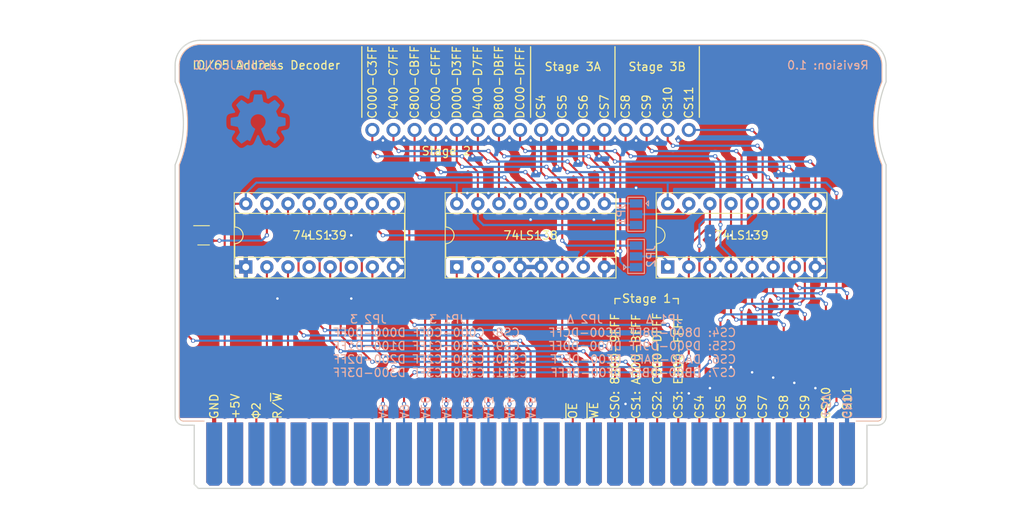
<source format=kicad_pcb>
(kicad_pcb (version 20211014) (generator pcbnew)
  (layers (0 "F.Cu" signal) (31 "B.Cu" signal) (34 "B.Paste" user) (35 "F.Paste" user) (36 "B.SilkS" user "B.Silkscreen") (37 "F.SilkS" user "F.Silkscreen") (38 "B.Mask" user) (39 "F.Mask" user) (44 "Edge.Cuts" user))
  (net 0 "")
  (net 1 "GND")
  (net 16 "VCC")
  (net 17 "Net-(JP1-Pad2)")
  (net 18 "Net-(JP2-Pad2)")
  (net 19 "Φ2")
  (net 20 "R{slash}~{W}")
  (net 22 "~{WE}")
  (net 24 "~{OE}")
  (net 25 "A14")
  (net 26 "A13")
  (net 27 "Net-(U1-Pad15)")
  (net 28 "A8")
  (net 29 "A9")
  (net 30 "A10")
  (net 31 "A11")
  (net 32 "A12")
  (net 33 "A15")
  (net 34 "CS5")
  (net 35 "CS6")
  (net 36 "CS7")
  (net 37 "CS8")
  (net 38 "CS10")
  (net 39 "CS11")
  (net 40 "CS0")
  (net 41 "CS1")
  (net 42 "CS2")
  (net 43 "CS3")
  (net 44 "CS9")
  (net 45 "CS_C000-C3FF")
  (net 66 "CS4")
  (net 67 "CS_C400-C7FF")
  (net 68 "CS_C800-CBFF")
  (net 69 "CS_CC00-CFFF")
  (net 70 "CS_D000-D3FF")
  (net 71 "CS_D400-D7FF")
  (net 72 "CS_D800-DBFF")
  (net 73 "CS_DC00-DFFF")
  (footprint "Package_DIP:DIP-16_W7.62mm_Socket" (layer "F.Cu") (at -34.29 3.81 90)
    (fp_text reference "U1" hide)
    (fp_text value "74LS139")
  )
  (footprint "IO65:BUS_PC_M" (layer "F.Cu") (at 0 26.36)
    (fp_text reference "Edge1" hide)
    (fp_text value "Edge Connector" hide)
  )
  (footprint "Package_DIP:DIP-16_W7.62mm" (layer "F.Cu") (at -34.29 3.81 90)
    (fp_text reference "REF**" hide)
    (fp_text value "DIP-16_W7.62mm" hide)
  )
  (footprint "Package_DIP:DIP-16_W7.62mm_Socket" (layer "F.Cu") (at 16.51 3.81 90)
    (fp_text reference "U2" hide)
    (fp_text value "74LS139")
  )
  (footprint "Package_DIP:DIP-16_W7.62mm_Socket" (layer "F.Cu") (at -8.89 3.81 90)
    (fp_text reference "U3" hide)
    (fp_text value "74LS138")
  )
  (footprint "Package_DIP:DIP-16_W7.62mm" (layer "F.Cu") (at 16.51 3.81 90)
    (fp_text reference "REF**" hide)
    (fp_text value "DIP-16_W7.62mm" hide)
  )
  (footprint "Symbol:OSHW-Symbol_6.7x6mm_Copper" (layer "F.Cu") (at 32.8 -14)
    (fp_text reference "LogoFrontMask" hide)
    (fp_text value "OSHW-Symbol_6.7x6mm_Copper" hide)
  )
  (footprint "Package_DIP:DIP-16_W7.62mm" (layer "F.Cu") (at -8.89 3.81 90)
    (fp_text reference "REF**" hide)
    (fp_text value "DIP-16_W7.62mm" hide)
  )
  (footprint "Package_TO_SOT_SMD:SOT-353_SC-70-5" (layer "F.Cu") (at -39.37 0)
    (fp_text reference "U4" hide)
    (fp_text value "74AHC1G04" hide)
  )
  (footprint "Symbol:OSHW-Symbol_6.7x6mm_Copper" (layer "F.Cu") (at 32.8 -14)
    (fp_text reference "LogoFront" hide)
    (fp_text value "OSHW-Symbol_6.7x6mm_Copper" hide)
  )
  (footprint "Jumper:SolderJumper-3_P1.3mm_Open_Pad1.0x1.5mm" (layer "B.Cu") (at 12.7 -2.54 -90)
    (fp_text reference "JP1")
    (fp_text value "SolderJumper_3_Open" hide)
  )
  (footprint "Connector_PinSocket_2.54mm:PinSocket_1x04_P2.54mm_Horizontal" (layer "B.Cu") (at 11.43 -12.7 -90)
    (fp_text reference "J3" hide)
    (fp_text value "Conn_01x04" hide)
  )
  (footprint "Connector_PinSocket_2.54mm:PinSocket_1x04_P2.54mm_Horizontal" (layer "B.Cu") (at 1.27 -12.7 -90)
    (fp_text reference "J2" hide)
    (fp_text value "Conn_01x04" hide)
  )
  (footprint "Jumper:SolderJumper-3_P1.3mm_Open_Pad1.0x1.5mm" (layer "B.Cu") (at 12.7 2.54 90)
    (fp_text reference "JP2")
    (fp_text value "SolderJumper_3_Open" hide)
  )
  (footprint "Symbol:OSHW-Symbol_6.7x6mm_Copper" (layer "B.Cu") (at -32.8 -14 180)
    (fp_text reference "LogoBack" hide)
    (fp_text value "OSHW-Symbol_6.7x6mm_Copper" hide)
  )
  (footprint "Connector_PinSocket_2.54mm:PinSocket_1x08_P2.54mm_Horizontal" (layer "B.Cu") (at -19.05 -12.7 -90)
    (fp_text reference "J1" hide)
    (fp_text value "Conn_01x08" hide)
  )
  (footprint "Symbol:OSHW-Symbol_6.7x6mm_Copper" (layer "B.Cu") (at -32.8 -14 180)
    (fp_text reference "LogoBackMask" hide)
    (fp_text value "OSHW-Symbol_6.7x6mm_Copper" hide)
  )
  (gr_arc (start 42.3 21.88) (mid 42.153553 22.233553) (end 41.8 22.38) (layer "B.SilkS") (width 0.1))
  (gr_line (start -39.8 -23) (end 39.8 -23) (layer "B.SilkS") (width 0.1))
  (gr_line (start 42.3 -8.5) (end 42.3 21.88) (layer "B.SilkS") (width 0.1))
  (gr_arc (start -41.8 22.38) (mid -42.153553 22.233553) (end -42.3 21.88) (layer "B.SilkS") (width 0.1))
  (gr_line (start 42.3 -20.5) (end 42.3 -18.5) (layer "B.SilkS") (width 0.1))
  (gr_line (start -41.8 22.38) (end -39.3 22.38) (layer "B.SilkS") (width 0.1))
  (gr_arc (start -42.3 -20.5) (mid -41.567767 -22.267767) (end -39.8 -23) (layer "B.SilkS") (width 0.1))
  (gr_line (start -42.3 -20.5) (end -42.3 -18.5) (layer "B.SilkS") (width 0.1))
  (gr_arc (start 42.3 -8.5) (mid 41.300901 -13.5) (end 42.3 -18.5) (layer "B.SilkS") (width 0.1))
  (gr_arc (start 39.8 -23) (mid 41.567767 -22.267767) (end 42.3 -20.5) (layer "B.SilkS") (width 0.1))
  (gr_line (start -42.3 21.88) (end -42.3 -8.5) (layer "B.SilkS") (width 0.1))
  (gr_arc (start -42.3 -18.5) (mid -41.300901 -13.5) (end -42.3 -8.5) (layer "B.SilkS") (width 0.1))
  (gr_line (start 41.8 22.38) (end 39.2 22.38) (layer "B.SilkS") (width 0.1))
  (gr_arc (start -42.3 -20.5) (mid -41.567767 -22.267767) (end -39.8 -23) (layer "F.SilkS") (width 0.1))
  (gr_line (start 10.16 7.62) (end 10.795 7.62) (layer "F.SilkS") (width 0.15))
  (gr_line (start -39.8 -23) (end 39.8 -23) (layer "F.SilkS") (width 0.1))
  (gr_line (start 41.8 22.38) (end 39.2 22.38) (layer "F.SilkS") (width 0.1))
  (gr_line (start 20.32 -14.224) (end 20.32 -22.733) (layer "F.SilkS") (width 0.15))
  (gr_arc (start -41.8 22.38) (mid -42.153553 22.233553) (end -42.3 21.88) (layer "F.SilkS") (width 0.1))
  (gr_line (start 17.78 7.62) (end 17.78 8.255) (layer "F.SilkS") (width 0.15))
  (gr_line (start 42.3 -20.5) (end 42.3 -18.5) (layer "F.SilkS") (width 0.1))
  (gr_line (start 0 -22.733) (end 0 -14.224) (layer "F.SilkS") (width 0.15))
  (gr_line (start 17.145 7.62) (end 17.78 7.62) (layer "F.SilkS") (width 0.15))
  (gr_arc (start -42.3 -18.5) (mid -41.300901 -13.5) (end -42.3 -8.5) (layer "F.SilkS") (width 0.1))
  (gr_arc (start 42.3 21.88) (mid 42.153553 22.233553) (end 41.8 22.38) (layer "F.SilkS") (width 0.1))
  (gr_line (start 10.16 -14.224) (end 10.16 -22.733) (layer "F.SilkS") (width 0.15))
  (gr_arc (start 42.3 -8.5) (mid 41.300901 -13.5) (end 42.3 -18.5) (layer "F.SilkS") (width 0.1))
  (gr_line (start 10.16 8.255) (end 10.16 7.62) (layer "F.SilkS") (width 0.15))
  (gr_line (start -42.3 -20.5) (end -42.3 -18.5) (layer "F.SilkS") (width 0.1))
  (gr_arc (start 39.8 -23) (mid 41.567767 -22.267767) (end 42.3 -20.5) (layer "F.SilkS") (width 0.1))
  (gr_line (start 42.3 -8.5) (end 42.3 21.88) (layer "F.SilkS") (width 0.1))
  (gr_line (start -20.32 -22.733) (end -20.32 -14.224) (layer "F.SilkS") (width 0.15))
  (gr_line (start -42.3 21.88) (end -42.3 -8.5) (layer "F.SilkS") (width 0.1))
  (gr_line (start -41.8 22.38) (end -39.3 22.38) (layer "F.SilkS") (width 0.1))
  (gr_arc (start 42.8 21.88) (mid 42.507107 22.587107) (end 41.8 22.88) (layer "Edge.Cuts") (width 0.15))
  (gr_line (start 40.5 22.88) (end 40.5 30) (layer "Edge.Cuts") (width 0.15))
  (gr_line (start 40.5 22.88) (end 41.8 22.88) (layer "Edge.Cuts") (width 0.15))
  (gr_line (start -40.5 22.88) (end -40.5 30) (layer "Edge.Cuts") (width 0.15))
  (gr_arc (start 39.8 -23.5) (mid 41.92132 -22.62132) (end 42.8 -20.5) (layer "Edge.Cuts") (width 0.15))
  (gr_line (start -40.5 22.88) (end -41.8 22.88) (layer "Edge.Cuts") (width 0.15))
  (gr_line (start -42.8 21.88) (end -42.8 -8.5) (layer "Edge.Cuts") (width 0.15))
  (gr_line (start -40 30.5) (end 40 30.5) (layer "Edge.Cuts") (width 0.15))
  (gr_arc (start 42.8 -8.5) (mid 41.800901 -13.5) (end 42.8 -18.5) (layer "Edge.Cuts") (width 0.15))
  (gr_line (start -42.8 -20.5) (end -42.8 -18.5) (layer "Edge.Cuts") (width 0.15))
  (gr_line (start -40.5 30) (end -40 30.5) (layer "Edge.Cuts") (width 0.15))
  (gr_arc (start -42.8 -20.5) (mid -41.92132 -22.62132) (end -39.8 -23.5) (layer "Edge.Cuts") (width 0.15))
  (gr_line (start -39.8 -23.5) (end 39.8 -23.5) (layer "Edge.Cuts") (width 0.15))
  (gr_arc (start -41.8 22.88) (mid -42.507107 22.587107) (end -42.8 21.88) (layer "Edge.Cuts") (width 0.15))
  (gr_line (start 42.8 -20.5) (end 42.8 -18.5) (layer "Edge.Cuts") (width 0.15))
  (gr_line (start 40 30.5) (end 40.5 30) (layer "Edge.Cuts") (width 0.15))
  (gr_arc (start -42.8 -18.5) (mid -41.800901 -13.5) (end -42.8 -8.5) (layer "Edge.Cuts") (width 0.15))
  (gr_line (start 42.8 -8.5) (end 42.8 21.88) (layer "Edge.Cuts") (width 0.15))
  (gr_text "+5V" (at 35.56 22.225 -90) (layer "B.SilkS") (effects (font (size 1 1)) (justify left mirror)))
  (gr_text "   JP1 ∆\nD800-D8FF\nD900-D9FF\nDA00-DAFF\nDB00-DBFF" (at 20.620952 13.335) (layer "B.SilkS") (effects (font (size 1 1)) (justify left mirror)))
  (gr_text "JLCJLCJLCJLC" (at -40.7 -20.5) (layer "B.SilkS") (effects (font (size 1 1)) (justify right mirror)))
  (gr_text "GND" (at 38.1 22.225 -90) (layer "B.SilkS") (effects (font (size 1 1)) (justify left mirror)))
  (gr_text "\nCS4:\nCS5:\nCS6:\nCS7:" (at 21.255952 13.335) (layer "B.SilkS") (effects (font (size 1 1)) (justify right mirror)))
  (gr_text "A13" (at -5.08 22.225 -90) (layer "B.SilkS") (effects (font (size 1 1)) (justify left mirror)))
  (gr_text "A9" (at -15.24 22.225 -90) (layer "B.SilkS") (effects (font (size 1 1)) (justify left mirror)))
  (gr_text "A14" (at -2.54 22.225 -90) (layer "B.SilkS") (effects (font (size 1 1)) (justify left mirror)))
  (gr_text "Revision: 1.0" (at 40.799995 -20.5) (layer "B.SilkS") (effects (font (size 1 1)) (justify left mirror)))
  (gr_text "   JP2 3\nD000-D0FF\nD100-D1FF\nD200-D2FF\nD300-D3FF" (at -14.939048 13.335) (layer "B.SilkS") (effects (font (size 1 1)) (justify left mirror)))
  (gr_text "\nCS8:\nCS9:\nCS10:\nCS11:" (at -4.779048 13.335) (layer "B.SilkS") (effects (font (size 1 1)) (justify right mirror)))
  (gr_text "A11" (at -10.16 22.225 -90) (layer "B.SilkS") (effects (font (size 1 1)) (justify left mirror)))
  (gr_text "A15" (at 0 22.225 -90) (layer "B.SilkS") (effects (font (size 1 1)) (justify left mirror)))
  (gr_text "   JP1 3\nC000-C0FF\nC100-C1FF\nC200-C2FF\nC300-C3FF" (at -5.414048 13.335) (layer "B.SilkS") (effects (font (size 1 1)) (justify left mirror)))
  (gr_text "A12" (at -7.62 22.225 -90) (layer "B.SilkS") (effects (font (size 1 1)) (justify left mirror)))
  (gr_text "A8" (at -17.78 22.225 -90) (layer "B.SilkS") (effects (font (size 1 1)) (justify left mirror)))
  (gr_text "A10" (at -12.7 22.225 -90) (layer "B.SilkS") (effects (font (size 1 1)) (justify left mirror)))
  (gr_text "   JP2 ∆\nDC00-DCFF\nDD00-DDFF\nDE00-DEFF\nDF00-DFFF" (at 11.095952 13.335) (layer "B.SilkS") (effects (font (size 1 1)) (justify left mirror)))
  (gr_text "" (at 15.24 -15.24) (layer "F.SilkS") (effects (font (size 1.27 1.27))))
  (gr_text "" (at 15.24 -15.24) (layer "F.SilkS") (effects (font (size 1.27 1.27))))
  (gr_text "C400-C7FF" (at -16.51 -13.97 90) (layer "F.SilkS") (effects (font (size 1 1)) (justify left)))
  (gr_text "+5V" (at -35.56 22.225 90) (layer "F.SilkS") (effects (font (size 1 1)) (justify left)))
  (gr_text "CS10" (at 35.56 22.225 90) (layer "F.SilkS") (effects (font (size 1 1)) (justify left)))
  (gr_text "" (at -31.54 -15) (layer "F.SilkS") (effects (font (size 1.27 1.27))))
  (gr_text "" (at 20.32 -15.24) (layer "F.SilkS") (effects (font (size 1.27 1.27))))
  (gr_text "Φ2" (at -33.02 22.225 90) (layer "F.SilkS") (effects (font (size 1 1)) (justify left)))
  (gr_text "CS0: 8000-9FFF" (at 10.16 22.225 90) (layer "F.SilkS") (effects (font (size 1 1)) (justify left)))
  (gr_text "IO/65 Address Decoder" (at -40.799999 -20.5) (layer "F.SilkS") (effects (font (size 1 1)) (justify left)))
  (gr_text "" (at 10.16 -15.24) (layer "F.SilkS") (effects (font (size 1.27 1.27))))
  (gr_text "" (at 40.64 -15.24) (layer "F.SilkS") (effects (font (size 1.27 1.27))))
  (gr_text "CS9" (at 13.952216 -13.97 90) (layer "F.SilkS") (effects (font (size 1 1)) (justify left)))
  (gr_text "" (at 33.02 -15.24) (layer "F.SilkS") (effects (font (size 1.27 1.27))))
  (gr_text "" (at 10.16 -15.24) (layer "F.SilkS") (effects (font (size 1.27 1.27))))
  (gr_text "" (at 38.1 -15.24) (layer "F.SilkS") (effects (font (size 1.27 1.27))))
  (gr_text "~{WE}" (at 7.62 22.225 90) (layer "F.SilkS") (effects (font (size 1 1)) (justify left)))
  (gr_text "" (at 30.48 -15.24) (layer "F.SilkS") (effects (font (size 1.27 1.27))))
  (gr_text "" (at 25.4 -15.24) (layer "F.SilkS") (effects (font (size 1.27 1.27))))
  (gr_text "" (at 5.08 -15.24) (layer "F.SilkS") (effects (font (size 1.27 1.27))))
  (gr_text "" (at 12.7 -15.24) (layer "F.SilkS") (effects (font (size 1.27 1.27))))
  (gr_text "" (at 20.32 -15.24) (layer "F.SilkS") (effects (font (size 1.27 1.27))))
  (gr_text "D400-D7FF" (at -6.35 -13.97 90) (layer "F.SilkS") (effects (font (size 1 1)) (justify left)))
  (gr_text "" (at -31.54 -15) (layer "F.SilkS") (effects (font (size 1.27 1.27))))
  (gr_text "" (at 12.7 -15.24) (layer "F.SilkS") (effects (font (size 1.27 1.27))))
  (gr_text "" (at 17.78 -15.24) (layer "F.SilkS") (effects (font (size 1.27 1.27))))
  (gr_text "" (at 27.94 -15.24) (layer "F.SilkS") (effects (font (size 1.27 1.27))))
  (gr_text "R/~{W}" (at -30.48 22.225 90) (layer "F.SilkS") (effects (font (size 1 1)) (justify left)))
  (gr_text "CS11" (at 19.05 -13.97 90) (layer "F.SilkS") (effects (font (size 1 1)) (justify left)))
  (gr_text "" (at -29 -15) (layer "F.SilkS") (effects (font (size 1.27 1.27))))
  (gr_text "" (at 35.56 -15.24) (layer "F.SilkS") (effects (font (size 1.27 1.27))))
  (gr_text "Stage 3A" (at 5.08 -20.32) (layer "F.SilkS") (effects (font (size 1 1))))
  (gr_text "" (at -29 -15) (layer "F.SilkS") (effects (font (size 1.27 1.27))))
  (gr_text "" (at 38.1 -15.24) (layer "F.SilkS") (effects (font (size 1.27 1.27))))
  (gr_text "CS5" (at 22.86 22.225 90) (layer "F.SilkS") (effects (font (size 1 1)) (justify left)))
  (gr_text "CS7" (at 27.94 22.225 90) (layer "F.SilkS") (effects (font (size 1 1)) (justify left)))
  (gr_text "CS4" (at 20.32 22.225 90) (layer "F.SilkS") (effects (font (size 1 1)) (justify left)))
  (gr_text "~{OE}" (at 5.08 22.225 90) (layer "F.SilkS") (effects (font (size 1 1)) (justify left)))
  (gr_text "CS6" (at 6.35 -13.97 90) (layer "F.SilkS") (effects (font (size 1 1)) (justify left)))
  (gr_text "CS8" (at 11.43 -13.97 90) (layer "F.SilkS") (effects (font (size 1 1)) (justify left)))
  (gr_text "" (at 25.4 -15.24) (layer "F.SilkS") (effects (font (size 1.27 1.27))))
  (gr_text "CS3: E000-FFFF" (at 17.78 22.225 90) (layer "F.SilkS") (effects (font (size 1 1)) (justify left)))
  (gr_text "GND" (at -38.1 22.225 90) (layer "F.SilkS") (effects (font (size 1 1)) (justify left)))
  (gr_text "D000-D3FF" (at -8.89 -13.97 90) (layer "F.SilkS") (effects (font (size 1 1)) (justify left)))
  (gr_text "" (at 7.62 -15.24) (layer "F.SilkS") (effects (font (size 1.27 1.27))))
  (gr_text "CS2: C000-DFFF" (at 15.24 22.225 90) (layer "F.SilkS") (effects (font (size 1 1)) (justify left)))
  (gr_text "CS8" (at 30.48 22.225 90) (layer "F.SilkS") (effects (font (size 1 1)) (justify left)))
  (gr_text "CS5" (at 3.81 -13.97 90) (layer "F.SilkS") (effects (font (size 1 1)) (justify left)))
  (gr_text "" (at 5.08 -15.24) (layer "F.SilkS") (effects (font (size 1.27 1.27))))
  (gr_text "" (at 40.64 -15.24) (layer "F.SilkS") (effects (font (size 1.27 1.27))))
  (gr_text "D800-DBFF" (at -3.81 -13.97 90) (layer "F.SilkS") (effects (font (size 1 1)) (justify left)))
  (gr_text "CS6" (at 25.4 22.225 90) (layer "F.SilkS") (effects (font (size 1 1)) (justify left)))
  (gr_text "CS4" (at 1.2412 -13.97 90) (layer "F.SilkS") (effects (font (size 1 1)) (justify left)))
  (gr_text "CC00-CFFF" (at -11.43 -13.97 90) (layer "F.SilkS") (effects (font (size 1 1)) (justify left)))
  (gr_text "" (at 33.02 -15.24) (layer "F.SilkS") (effects (font (size 1.27 1.27))))
  (gr_text "CS9" (at 33.02 22.225 90) (layer "F.SilkS") (effects (font (size 1 1)) (justify left)))
  (gr_text "Stage 1" (at 13.97 7.62) (layer "F.SilkS") (effects (font (size 1 1))))
  (gr_text "" (at 7.62 -15.24) (layer "F.SilkS") (effects (font (size 1.27 1.27))))
  (gr_text "C800-CBFF" (at -13.97 -13.97 90) (layer "F.SilkS") (effects (font (size 1 1)) (justify left)))
  (gr_text "C000-C3FF" (at -19.05 -13.97 90) (layer "F.SilkS") (effects (font (size 1 1)) (justify left)))
  (gr_text "" (at 35.56 -15.24) (layer "F.SilkS") (effects (font (size 1.27 1.27))))
  (gr_text "CS10" (at 16.51 -13.97 90) (layer "F.SilkS") (effects (font (size 1 1)) (justify left)))
  (gr_text "" (at 22.86 -15.24) (layer "F.SilkS") (effects (font (size 1.27 1.27))))
  (gr_text "" (at 27.94 -15.24) (layer "F.SilkS") (effects (font (size 1.27 1.27))))
  (gr_text "CS7" (at 8.89 -13.97 90) (layer "F.SilkS") (effects (font (size 1 1)) (justify left)))
  (gr_text "CS11" (at 38.1 22.225 90) (layer "F.SilkS") (effects (font (size 1 1)) (justify left)))
  (gr_text "" (at 17.78 -15.24) (layer "F.SilkS") (effects (font (size 1.27 1.27))))
  (gr_text "" (at 30.48 -15.24) (layer "F.SilkS") (effects (font (size 1.27 1.27))))
  (gr_text "DC00-DFFF" (at -1.27 -13.97 90) (layer "F.SilkS") (effects (font (size 1 1)) (justify left)))
  (gr_text "" (at -34.08 -15) (layer "F.SilkS") (effects (font (size 1.27 1.27))))
  (gr_text "CS1: A000-BFFF" (at 12.7 22.225 90) (layer "F.SilkS") (effects (font (size 1 1)) (justify left)))
  (gr_text "Stage 2" (at -10.16 -10.16) (layer "F.SilkS") (effects (font (size 1 1))))
  (gr_text "" (at -34.08 -15) (layer "F.SilkS") (effects (font (size 1.27 1.27))))
  (gr_text "" (at 22.86 -15.24) (layer "F.SilkS") (effects (font (size 1.27 1.27))))
  (gr_text "Stage 3B" (at 15.24 -20.32) (layer "F.SilkS") (effects (font (size 1 1))))
  (via (at 8.255 -9.525) (size 0.5) (drill 0.3) (layers "F.Cu" "B.Cu") (net 1))
  (via (at 26.67 16.51) (size 0.5) (drill 0.3) (layers "F.Cu" "B.Cu") (net 1))
  (via (at -10.16 -11.43) (size 0.5) (drill 0.3) (layers "F.Cu" "B.Cu") (net 1))
  (via (at 24.13 15.875) (size 0.5) (drill 0.3) (layers "F.Cu" "B.Cu") (net 1))
  (via (at -21.59 7.62) (size 0.5) (drill 0.3) (layers "F.Cu" "B.Cu") (net 1))
  (via (at 0 -1.905) (size 0.5) (drill 0.3) (layers "F.Cu" "B.Cu") (net 1))
  (via (at 5.08 -11.43) (size 0.5) (drill 0.3) (layers "F.Cu" "B.Cu") (net 1))
  (via (at 12.7 -11.43) (size 0.5) (drill 0.3) (layers "F.Cu" "B.Cu") (net 1))
  (via (at -7.62 -5.08) (size 0.5) (drill 0.3) (layers "F.Cu" "B.Cu") (net 1))
  (via (at 10.16 -5.08) (size 0.5) (drill 0.3) (layers "F.Cu" "B.Cu") (net 1))
  (via (at 17.78 -11.43) (size 0.5) (drill 0.3) (layers "F.Cu" "B.Cu") (net 1))
  (via (at 7.62 -11.43) (size 0.5) (drill 0.3) (layers "F.Cu" "B.Cu") (net 1))
  (via (at 26.67 0) (size 0.5) (drill 0.3) (layers "F.Cu" "B.Cu") (net 1))
  (via (at -7.62 -11.43) (size 0.5) (drill 0.3) (layers "F.Cu" "B.Cu") (net 1))
  (via (at 25.4 5.08) (size 0.5) (drill 0.3) (layers "F.Cu" "B.Cu") (net 1))
  (via (at -5.08 -5.08) (size 0.5) (drill 0.3) (layers "F.Cu" "B.Cu") (net 1))
  (via (at -2.54 -11.43) (size 0.5) (drill 0.3) (layers "F.Cu" "B.Cu") (net 1))
  (via (at -6.985 -9.525) (size 0.5) (drill 0.3) (layers "F.Cu" "B.Cu") (net 1))
  (via (at 21.59 0) (size 0.5) (drill 0.3) (layers "F.Cu" "B.Cu") (net 1))
  (via (at -26.67 0) (size 0.5) (drill 0.3) (layers "F.Cu" "B.Cu") (net 1))
  (via (at -21.59 0) (size 0.5) (drill 0.3) (layers "F.Cu" "B.Cu") (net 1))
  (via (at -12.7 -11.43) (size 0.5) (drill 0.3) (layers "F.Cu" "B.Cu") (net 1))
  (via (at 7.62 -5.08) (size 0.5) (drill 0.3) (layers "F.Cu" "B.Cu") (net 1))
  (via (at 29.21 17.145) (size 0.5) (drill 0.3) (layers "F.Cu" "B.Cu") (net 1))
  (via (at 29.845 -7.62) (size 0.5) (drill 0.3) (layers "F.Cu" "B.Cu") (net 1))
  (via (at 5.715 -8.89) (size 0.5) (drill 0.3) (layers "F.Cu" "B.Cu") (net 1))
  (via (at 24.13 0) (size 0.5) (drill 0.3) (layers "F.Cu" "B.Cu") (net 1))
  (via (at -24.13 0) (size 0.5) (drill 0.3) (layers "F.Cu" "B.Cu") (net 1))
  (via (at 19.05 19.05) (size 0.5) (drill 0.3) (layers "F.Cu" "B.Cu") (net 1))
  (via (at -15.24 -11.43) (size 0.5) (drill 0.3) (layers "F.Cu" "B.Cu") (net 1))
  (via (at -17.78 -11.43) (size 0.5) (drill 0.3) (layers "F.Cu" "B.Cu") (net 1))
  (via (at 27.94 5.08) (size 0.5) (drill 0.3) (layers "F.Cu" "B.Cu") (net 1))
  (via (at 0.635 -7.62) (size 0.5) (drill 0.3) (layers "F.Cu" "B.Cu") (net 1))
  (via (at 5.08 -5.08) (size 0.5) (drill 0.3) (layers "F.Cu" "B.Cu") (net 1))
  (via (at 2.54 -5.08) (size 0.5) (drill 0.3) (layers "F.Cu" "B.Cu") (net 1))
  (via (at 0 -5.08) (size 0.5) (drill 0.3) (layers "F.Cu" "B.Cu") (net 1))
  (via (at 34.29 18.415) (size 0.5) (drill 0.3) (layers "F.Cu" "B.Cu") (net 1))
  (via (at 12.7 -5.715) (size 0.5) (drill 0.3) (layers "F.Cu" "B.Cu") (net 1))
  (via (at 11.43 20.32) (size 0.5) (drill 0.3) (layers "F.Cu" "B.Cu") (net 1))
  (via (at 0 -11.43) (size 0.5) (drill 0.3) (layers "F.Cu" "B.Cu") (net 1))
  (via (at -2.54 -5.08) (size 0.5) (drill 0.3) (layers "F.Cu" "B.Cu") (net 1))
  (via (at 22.86 5.08) (size 0.5) (drill 0.3) (layers "F.Cu" "B.Cu") (net 1))
  (via (at 15.24 -11.43) (size 0.5) (drill 0.3) (layers "F.Cu" "B.Cu") (net 1))
  (via (at -30.48 7.62) (size 0.5) (drill 0.3) (layers "F.Cu" "B.Cu") (net 1))
  (via (at 31.75 17.78) (size 0.5) (drill 0.3) (layers "F.Cu" "B.Cu") (net 1))
  (via (at 7.62 -1.905) (size 0.5) (drill 0.3) (layers "F.Cu" "B.Cu") (net 1))
  (via (at -5.08 -11.43) (size 0.5) (drill 0.3) (layers "F.Cu" "B.Cu") (net 1))
  (via (at 21.59 18.415) (size 0.5) (drill 0.3) (layers "F.Cu" "B.Cu") (net 1))
  (via (at 3.175 -8.255) (size 0.5) (drill 0.3) (layers "F.Cu" "B.Cu") (net 1))
  (via (at 10.16 -11.43) (size 0.5) (drill 0.3) (layers "F.Cu" "B.Cu") (net 1))
  (via (at 2.54 -11.43) (size 0.5) (drill 0.3) (layers "F.Cu" "B.Cu") (net 1))
  (segment (start -38.42 -0.65) (end -36.83 -0.65) (width 0.25) (layer "F.Cu") (net 16))
  (segment (start -35.56 21.59) (end -36.83 20.32) (width 0.25) (layer "F.Cu") (net 16))
  (segment (start -35.56 26.36) (end -35.56 21.59) (width 0.25) (layer "F.Cu") (net 16))
  (segment (start -36.83 20.32) (end -36.83 -2.54) (width 0.25) (layer "F.Cu") (net 16))
  (segment (start -35.56 -3.81) (end -34.29 -3.81) (width 0.25) (layer "F.Cu") (net 16))
  (segment (start 36.83 -5.08) (end 36.83 20.32) (width 0.25) (layer "F.Cu") (net 16))
  (segment (start -36.83 -2.54) (end -35.56 -3.81) (width 0.25) (layer "F.Cu") (net 16))
  (via (at 36.83 20.32) (size 0.5) (drill 0.3) (layers "F.Cu" "B.Cu") (net 16))
  (via (at 36.83 -5.08) (size 0.5) (drill 0.3) (layers "F.Cu" "B.Cu") (net 16))
  (segment (start -8.89 -3.81) (end -8.89 -6.35) (width 0.25) (layer "B.Cu") (net 16))
  (segment (start -8.89 -6.35) (end 16.51 -6.35) (width 0.25) (layer "B.Cu") (net 16))
  (segment (start -34.29 -5.08) (end -33.02 -6.35) (width 0.25) (layer "B.Cu") (net 16))
  (segment (start 16.51 -6.35) (end 35.56 -6.35) (width 0.25) (layer "B.Cu") (net 16))
  (segment (start -34.29 -3.81) (end -34.29 -5.08) (width 0.25) (layer "B.Cu") (net 16))
  (segment (start 35.56 26.36) (end 35.56 21.59) (width 0.25) (layer "B.Cu") (net 16))
  (segment (start 35.56 -6.35) (end 36.83 -5.08) (width 0.25) (layer "B.Cu") (net 16))
  (segment (start 35.56 21.59) (end 36.83 20.32) (width 0.25) (layer "B.Cu") (net 16))
  (segment (start -33.02 -6.35) (end -8.89 -6.35) (width 0.25) (layer "B.Cu") (net 16))
  (segment (start 16.51 -6.35) (end 16.51 -3.81) (width 0.25) (layer "B.Cu") (net 16))
  (segment (start 18.415 -2.54) (end 19.05 -3.175) (width 0.25) (layer "B.Cu") (net 17))
  (segment (start 19.05 -3.175) (end 19.05 -3.81) (width 0.25) (layer "B.Cu") (net 17))
  (segment (start 12.7 -2.54) (end 18.415 -2.54) (width 0.25) (layer "B.Cu") (net 17))
  (segment (start 16.51 3.175) (end 16.51 3.81) (width 0.25) (layer "B.Cu") (net 18))
  (segment (start 12.7 2.54) (end 15.875 2.54) (width 0.25) (layer "B.Cu") (net 18))
  (segment (start 15.875 2.54) (end 16.51 3.175) (width 0.25) (layer "B.Cu") (net 18))
  (segment (start -33.02 26.36) (end -33.02 21.59) (width 0.25) (layer "F.Cu") (net 19))
  (segment (start -31.75 20.32) (end -31.75 3.81) (width 0.25) (layer "F.Cu") (net 19))
  (segment (start -33.02 21.59) (end -31.75 20.32) (width 0.25) (layer "F.Cu") (net 19))
  (segment (start -30.48 21.59) (end -29.21 20.32) (width 0.25) (layer "F.Cu") (net 20))
  (segment (start -29.21 20.32) (end -29.21 3.81) (width 0.25) (layer "F.Cu") (net 20))
  (segment (start -30.48 26.36) (end -30.48 21.59) (width 0.25) (layer "F.Cu") (net 20))
  (segment (start 7.62 15.24) (end 7.62 26.36) (width 0.25) (layer "F.Cu") (net 22))
  (segment (start 6.35 13.97) (end 7.62 15.24) (width 0.25) (layer "F.Cu") (net 22))
  (segment (start -24.13 12.7) (end -22.86 13.97) (width 0.25) (layer "F.Cu") (net 22))
  (segment (start -24.13 6.35) (end -24.13 12.7) (width 0.25) (layer "F.Cu") (net 22))
  (segment (start -24.13 3.81) (end -24.13 6.35) (width 0.25) (layer "F.Cu") (net 22))
  (via (at -22.86 13.97) (size 0.5) (drill 0.3) (layers "F.Cu" "B.Cu") (net 22))
  (via (at 6.35 13.97) (size 0.5) (drill 0.3) (layers "F.Cu" "B.Cu") (net 22))
  (segment (start -22.86 13.97) (end 6.35 13.97) (width 0.25) (layer "B.Cu") (net 22))
  (segment (start -19.05 3.81) (end -19.05 6.35) (width 0.25) (layer "F.Cu") (net 24))
  (segment (start -19.05 13.335) (end -17.78 14.605) (width 0.25) (layer "F.Cu") (net 24))
  (segment (start 5.08 15.875) (end 5.08 26.36) (width 0.25) (layer "F.Cu") (net 24))
  (segment (start 3.81 14.605) (end 5.08 15.875) (width 0.25) (layer "F.Cu") (net 24))
  (segment (start -19.05 6.35) (end -19.05 13.335) (width 0.25) (layer "F.Cu") (net 24))
  (via (at 3.81 14.605) (size 0.5) (drill 0.3) (layers "F.Cu" "B.Cu") (net 24))
  (via (at -17.78 14.605) (size 0.5) (drill 0.3) (layers "F.Cu" "B.Cu") (net 24))
  (segment (start -17.78 14.605) (end 3.81 14.605) (width 0.25) (layer "B.Cu") (net 24))
  (segment (start -2.54 17.78) (end -2.54 12.7) (width 0.25) (layer "F.Cu") (net 25))
  (segment (start -25.4 -1.27) (end -25.4 6.35) (width 0.25) (layer "F.Cu") (net 25))
  (segment (start -24.765 11.43) (end -25.4 10.795) (width 0.25) (layer "F.Cu") (net 25))
  (segment (start -25.4 10.795) (end -25.4 6.35) (width 0.25) (layer "F.Cu") (net 25))
  (segment (start -2.54 20.32) (end -2.54 17.78) (width 0.25) (layer "F.Cu") (net 25))
  (segment (start -26.67 -2.54) (end -25.4 -1.27) (width 0.25) (layer "F.Cu") (net 25))
  (segment (start -2.54 12.7) (end -3.81 11.43) (width 0.25) (layer "F.Cu") (net 25))
  (segment (start -26.67 -3.81) (end -26.67 -2.54) (width 0.25) (layer "F.Cu") (net 25))
  (via (at -3.81 11.43) (size 0.5) (drill 0.3) (layers "F.Cu" "B.Cu") (net 25))
  (via (at -24.765 11.43) (size 0.5) (drill 0.3) (layers "F.Cu" "B.Cu") (net 25))
  (via (at -2.54 20.32) (size 0.5) (drill 0.3) (layers "F.Cu" "B.Cu") (net 25))
  (segment (start -3.81 11.43) (end -24.765 11.43) (width 0.25) (layer "B.Cu") (net 25))
  (segment (start -2.54 26.36) (end -2.54 20.32) (width 0.25) (layer "B.Cu") (net 25))
  (segment (start -5.08 20.32) (end -5.08 18.415) (width 0.25) (layer "F.Cu") (net 26))
  (segment (start -5.08 13.335) (end -6.35 12.065) (width 0.25) (layer "F.Cu") (net 26))
  (segment (start -5.08 18.415) (end -5.08 13.335) (width 0.25) (layer "F.Cu") (net 26))
  (segment (start -29.21 -3.81) (end -29.21 -2.54) (width 0.25) (layer "F.Cu") (net 26))
  (segment (start -29.21 -2.54) (end -27.94 -1.27) (width 0.25) (layer "F.Cu") (net 26))
  (segment (start -27.94 -1.27) (end -27.94 6.35) (width 0.25) (layer "F.Cu") (net 26))
  (segment (start -27.94 11.43) (end -27.94 6.35) (width 0.25) (layer "F.Cu") (net 26))
  (segment (start -27.305 12.065) (end -27.94 11.43) (width 0.25) (layer "F.Cu") (net 26))
  (via (at -5.08 20.32) (size 0.5) (drill 0.3) (layers "F.Cu" "B.Cu") (net 26))
  (via (at -6.35 12.065) (size 0.5) (drill 0.3) (layers "F.Cu" "B.Cu") (net 26))
  (via (at -27.305 12.065) (size 0.5) (drill 0.3) (layers "F.Cu" "B.Cu") (net 26))
  (segment (start -6.35 12.065) (end -27.305 12.065) (width 0.25) (layer "B.Cu") (net 26))
  (segment (start -5.08 26.36) (end -5.08 20.32) (width 0.25) (layer "B.Cu") (net 26))
  (segment (start -38.42 0.65) (end -37.48 0.65) (width 0.25) (layer "F.Cu") (net 27))
  (segment (start -31.75 0) (end -31.75 -3.81) (width 0.25) (layer "F.Cu") (net 27))
  (segment (start -37.48 0.65) (end -37.465 0.635) (width 0.25) (layer "F.Cu") (net 27))
  (via (at -31.75 0) (size 0.5) (drill 0.3) (layers "F.Cu" "B.Cu") (net 27))
  (via (at -37.465 0.635) (size 0.5) (drill 0.3) (layers "F.Cu" "B.Cu") (net 27))
  (segment (start -37.465 0.635) (end -32.385 0.635) (width 0.25) (layer "B.Cu") (net 27))
  (segment (start -32.385 0.635) (end -31.75 0) (width 0.25) (layer "B.Cu") (net 27))
  (segment (start 19.05 14.605) (end 19.05 3.81) (width 0.25) (layer "F.Cu") (net 28))
  (segment (start -17.78 17.145) (end -16.51 15.875) (width 0.25) (layer "F.Cu") (net 28))
  (segment (start 19.05 3.81) (end 19.05 1.27) (width 0.25) (layer "F.Cu") (net 28))
  (segment (start 21.59 -1.27) (end 21.59 -3.81) (width 0.25) (layer "F.Cu") (net 28))
  (segment (start 19.05 1.27) (end 21.59 -1.27) (width 0.25) (layer "F.Cu") (net 28))
  (segment (start -17.78 18.415) (end -17.78 17.145) (width 0.25) (layer "F.Cu") (net 28))
  (segment (start -17.78 20.32) (end -17.78 18.415) (width 0.25) (layer "F.Cu") (net 28))
  (via (at 19.05 14.605) (size 0.5) (drill 0.3) (layers "F.Cu" "B.Cu") (net 28))
  (via (at -17.78 20.32) (size 0.5) (drill 0.3) (layers "F.Cu" "B.Cu") (net 28))
  (via (at -16.51 15.875) (size 0.5) (drill 0.3) (layers "F.Cu" "B.Cu") (net 28))
  (segment (start 17.78 15.875) (end -16.51 15.875) (width 0.25) (layer "B.Cu") (net 28))
  (segment (start 19.05 14.605) (end 17.78 15.875) (width 0.25) (layer "B.Cu") (net 28))
  (segment (start -17.78 26.36) (end -17.78 20.32) (width 0.25) (layer "B.Cu") (net 28))
  (segment (start 21.59 15.24) (end 21.59 3.81) (width 0.25) (layer "F.Cu") (net 29))
  (segment (start -15.24 17.78) (end -13.97 16.51) (width 0.25) (layer "F.Cu") (net 29))
  (segment (start 21.59 3.81) (end 21.59 1.27) (width 0.25) (layer "F.Cu") (net 29))
  (segment (start -15.24 20.32) (end -15.24 17.78) (width 0.25) (layer "F.Cu") (net 29))
  (segment (start 24.13 -1.27) (end 24.13 -3.81) (width 0.25) (layer "F.Cu") (net 29))
  (segment (start 21.59 1.27) (end 24.13 -1.27) (width 0.25) (layer "F.Cu") (net 29))
  (via (at -13.97 16.51) (size 0.5) (drill 0.3) (layers "F.Cu" "B.Cu") (net 29))
  (via (at 21.59 15.24) (size 0.5) (drill 0.3) (layers "F.Cu" "B.Cu") (net 29))
  (via (at -15.24 20.32) (size 0.5) (drill 0.3) (layers "F.Cu" "B.Cu") (net 29))
  (segment (start -13.97 16.51) (end 20.32 16.51) (width 0.25) (layer "B.Cu") (net 29))
  (segment (start -15.24 26.36) (end -15.24 20.32) (width 0.25) (layer "B.Cu") (net 29))
  (segment (start 20.32 16.51) (end 21.59 15.24) (width 0.25) (layer "B.Cu") (net 29))
  (segment (start -8.89 3.81) (end -8.89 6.35) (width 0.25) (layer "F.Cu") (net 30))
  (segment (start -12.7 10.16) (end -12.7 20.32) (width 0.25) (layer "F.Cu") (net 30))
  (segment (start -8.89 6.35) (end -12.7 10.16) (width 0.25) (layer "F.Cu") (net 30))
  (via (at -12.7 20.32) (size 0.5) (drill 0.3) (layers "F.Cu" "B.Cu") (net 30))
  (segment (start -12.7 26.36) (end -12.7 20.32) (width 0.25) (layer "B.Cu") (net 30))
  (segment (start -6.35 6.35) (end -10.16 10.16) (width 0.25) (layer "F.Cu") (net 31))
  (segment (start -6.35 3.81) (end -6.35 6.35) (width 0.25) (layer "F.Cu") (net 31))
  (segment (start -10.16 10.16) (end -10.16 20.32) (width 0.25) (layer "F.Cu") (net 31))
  (via (at -10.16 20.32) (size 0.5) (drill 0.3) (layers "F.Cu" "B.Cu") (net 31))
  (segment (start -10.16 26.36) (end -10.16 20.32) (width 0.25) (layer "B.Cu") (net 31))
  (segment (start -3.81 6.35) (end -7.62 10.16) (width 0.25) (layer "F.Cu") (net 32))
  (segment (start -3.81 3.81) (end -3.81 6.35) (width 0.25) (layer "F.Cu") (net 32))
  (segment (start -7.62 10.16) (end -7.62 20.32) (width 0.25) (layer "F.Cu") (net 32))
  (via (at -7.62 20.32) (size 0.5) (drill 0.3) (layers "F.Cu" "B.Cu") (net 32))
  (segment (start -7.62 26.36) (end -7.62 20.32) (width 0.25) (layer "B.Cu") (net 32))
  (segment (start -41.275 12.065) (end -41.275 0.38) (width 0.25) (layer "F.Cu") (net 33))
  (segment (start 0 13.97) (end -1.27 12.7) (width 0.25) (layer "F.Cu") (net 33))
  (segment (start -41.275 0.38) (end -40.895 0) (width 0.25) (layer "F.Cu") (net 33))
  (segment (start -40.895 0) (end -40.32 0) (width 0.25) (layer "F.Cu") (net 33))
  (segment (start 0 20.32) (end 0 13.97) (width 0.25) (layer "F.Cu") (net 33))
  (segment (start -40.64 12.7) (end -41.275 12.065) (width 0.25) (layer "F.Cu") (net 33))
  (via (at 0 20.32) (size 0.5) (drill 0.3) (layers "F.Cu" "B.Cu") (net 33))
  (via (at -1.27 12.7) (size 0.5) (drill 0.3) (layers "F.Cu" "B.Cu") (net 33))
  (via (at -40.64 12.7) (size 0.5) (drill 0.3) (layers "F.Cu" "B.Cu") (net 33))
  (segment (start 0 26.36) (end 0 20.32) (width 0.25) (layer "B.Cu") (net 33))
  (segment (start -1.27 12.7) (end -40.64 12.7) (width 0.25) (layer "B.Cu") (net 33))
  (segment (start 22.86 10.16) (end 22.86 26.36) (width 0.25) (layer "F.Cu") (net 34))
  (segment (start 30.48 2.54) (end 30.48 5.08) (width 0.25) (layer "F.Cu") (net 34))
  (segment (start 30.48 8.89) (end 29.845 9.525) (width 0.25) (layer "F.Cu") (net 34))
  (segment (start 3.81 -8.255) (end 3.81 -12.7) (width 0.25) (layer "F.Cu") (net 34))
  (segment (start 30.48 5.08) (end 30.48 8.89) (width 0.25) (layer "F.Cu") (net 34))
  (segment (start 28.575 -6.985) (end 29.21 -6.35) (width 0.25) (layer "F.Cu") (net 34))
  (segment (start 29.21 -6.35) (end 29.21 -3.81) (width 0.25) (layer "F.Cu") (net 34))
  (segment (start 29.21 -3.81) (end 29.21 1.27) (width 0.25) (layer "F.Cu") (net 34))
  (segment (start 29.21 1.27) (end 30.48 2.54) (width 0.25) (layer "F.Cu") (net 34))
  (segment (start 4.445 -7.62) (end 3.81 -8.255) (width 0.25) (layer "F.Cu") (net 34))
  (via (at 4.445 -7.62) (size 0.5) (drill 0.3) (layers "F.Cu" "B.Cu") (net 34))
  (via (at 28.575 -6.985) (size 0.5) (drill 0.3) (layers "F.Cu" "B.Cu") (net 34))
  (via (at 29.845 9.525) (size 0.5) (drill 0.3) (layers "F.Cu" "B.Cu") (net 34))
  (via (at 22.86 10.16) (size 0.5) (drill 0.3) (layers "F.Cu" "B.Cu") (net 34))
  (segment (start 29.845 9.525) (end 23.495 9.525) (width 0.25) (layer "B.Cu") (net 34))
  (segment (start 27.94 -7.62) (end 4.445 -7.62) (width 0.25) (layer "B.Cu") (net 34))
  (segment (start 28.575 -6.985) (end 27.94 -7.62) (width 0.25) (layer "B.Cu") (net 34))
  (segment (start 23.495 9.525) (end 22.86 10.16) (width 0.25) (layer "B.Cu") (net 34))
  (segment (start 31.75 -3.81) (end 31.75 1.27) (width 0.25) (layer "F.Cu") (net 35))
  (segment (start 33.02 7.62) (end 32.385 8.255) (width 0.25) (layer "F.Cu") (net 35))
  (segment (start 6.985 -8.255) (end 6.35 -8.89) (width 0.25) (layer "F.Cu") (net 35))
  (segment (start 31.75 -7.62) (end 31.115 -8.255) (width 0.25) (layer "F.Cu") (net 35))
  (segment (start 25.4 8.89) (end 25.4 26.36) (width 0.25) (layer "F.Cu") (net 35))
  (segment (start 33.02 2.54) (end 33.02 5.08) (width 0.25) (layer "F.Cu") (net 35))
  (segment (start 31.75 -3.81) (end 31.75 -7.62) (width 0.25) (layer "F.Cu") (net 35))
  (segment (start 6.35 -8.89) (end 6.35 -12.7) (width 0.25) (layer "F.Cu") (net 35))
  (segment (start 33.02 5.08) (end 33.02 7.62) (width 0.25) (layer "F.Cu") (net 35))
  (segment (start 31.75 1.27) (end 33.02 2.54) (width 0.25) (layer "F.Cu") (net 35))
  (via (at 31.115 -8.255) (size 0.5) (drill 0.3) (layers "F.Cu" "B.Cu") (net 35))
  (via (at 25.4 8.89) (size 0.5) (drill 0.3) (layers "F.Cu" "B.Cu") (net 35))
  (via (at 6.985 -8.255) (size 0.5) (drill 0.3) (layers "F.Cu" "B.Cu") (net 35))
  (via (at 32.385 8.255) (size 0.5) (drill 0.3) (layers "F.Cu" "B.Cu") (net 35))
  (segment (start 32.385 8.255) (end 26.035 8.255) (width 0.25) (layer "B.Cu") (net 35))
  (segment (start 26.035 8.255) (end 25.4 8.89) (width 0.25) (layer "B.Cu") (net 35))
  (segment (start 31.115 -8.255) (end 6.985 -8.255) (width 0.25) (layer "B.Cu") (net 35))
  (segment (start 8.89 -10.16) (end 8.89 -12.7) (width 0.25) (layer "F.Cu") (net 36))
  (segment (start 34.29 -3.81) (end 34.29 -8.255) (width 0.25) (layer "F.Cu") (net 36))
  (segment (start 27.94 7.62) (end 27.94 9.525) (width 0.25) (layer "F.Cu") (net 36))
  (segment (start 34.29 1.27) (end 35.56 2.54) (width 0.25) (layer "F.Cu") (net 36))
  (segment (start 34.29 -3.81) (end 34.29 1.27) (width 0.25) (layer "F.Cu") (net 36))
  (segment (start 10.16 -8.89) (end 8.89 -10.16) (width 0.25) (layer "F.Cu") (net 36))
  (segment (start 35.56 6.35) (end 34.925 6.985) (width 0.25) (layer "F.Cu") (net 36))
  (segment (start 35.56 2.54) (end 35.56 6.35) (width 0.25) (layer "F.Cu") (net 36))
  (segment (start 27.94 26.36) (end 27.94 9.525) (width 0.25) (layer "F.Cu") (net 36))
  (segment (start 34.29 -8.255) (end 33.655 -8.89) (width 0.25) (layer "F.Cu") (net 36))
  (via (at 33.655 -8.89) (size 0.5) (drill 0.3) (layers "F.Cu" "B.Cu") (net 36))
  (via (at 27.94 7.62) (size 0.5) (drill 0.3) (layers "F.Cu" "B.Cu") (net 36))
  (via (at 34.925 6.985) (size 0.5) (drill 0.3) (layers "F.Cu" "B.Cu") (net 36))
  (via (at 10.16 -8.89) (size 0.5) (drill 0.3) (layers "F.Cu" "B.Cu") (net 36))
  (segment (start 28.575 6.985) (end 27.94 7.62) (width 0.25) (layer "B.Cu") (net 36))
  (segment (start 33.655 -8.89) (end 10.16 -8.89) (width 0.25) (layer "B.Cu") (net 36))
  (segment (start 34.925 6.985) (end 28.575 6.985) (width 0.25) (layer "B.Cu") (net 36))
  (segment (start 22.86 -8.89) (end 22.225 -9.525) (width 0.25) (layer "F.Cu") (net 37))
  (segment (start 24.13 9.525) (end 24.765 10.16) (width 0.25) (layer "F.Cu") (net 37))
  (segment (start 12.065 -9.525) (end 11.43 -10.16) (width 0.25) (layer "F.Cu") (net 37))
  (segment (start 24.13 3.81) (end 24.13 9.525) (width 0.25) (layer "F.Cu") (net 37))
  (segment (start 22.86 -6.35) (end 22.86 -8.89) (width 0.25) (layer "F.Cu") (net 37))
  (segment (start 30.48 10.795) (end 30.48 26.36) (width 0.25) (layer "F.Cu") (net 37))
  (segment (start 22.86 -1.27) (end 22.86 -6.35) (width 0.25) (layer "F.Cu") (net 37))
  (segment (start 11.43 -10.16) (end 11.43 -12.7) (width 0.25) (layer "F.Cu") (net 37))
  (via (at 12.065 -9.525) (size 0.5) (drill 0.3) (layers "F.Cu" "B.Cu") (net 37))
  (via (at 22.86 -1.27) (size 0.5) (drill 0.3) (layers "F.Cu" "B.Cu") (net 37))
  (via (at 24.765 10.16) (size 0.5) (drill 0.3) (layers "F.Cu" "B.Cu") (net 37))
  (via (at 22.225 -9.525) (size 0.5) (drill 0.3) (layers "F.Cu" "B.Cu") (net 37))
  (via (at 30.48 10.795) (size 0.5) (drill 0.3) (layers "F.Cu" "B.Cu") (net 37))
  (segment (start 24.13 3.81) (end 24.13 2.54) (width 0.25) (layer "B.Cu") (net 37))
  (segment (start 29.845 10.16) (end 30.48 10.795) (width 0.25) (layer "B.Cu") (net 37))
  (segment (start 22.86 1.27) (end 22.86 -1.27) (width 0.25) (layer "B.Cu") (net 37))
  (segment (start 24.765 10.16) (end 29.845 10.16) (width 0.25) (layer "B.Cu") (net 37))
  (segment (start 24.13 2.54) (end 22.86 1.27) (width 0.25) (layer "B.Cu") (net 37))
  (segment (start 22.225 -9.525) (end 12.065 -9.525) (width 0.25) (layer "B.Cu") (net 37))
  (segment (start 29.21 2.54) (end 27.94 1.27) (width 0.25) (layer "F.Cu") (net 38))
  (segment (start 27.94 1.27) (end 27.94 -10.16) (width 0.25) (layer "F.Cu") (net 38))
  (segment (start 35.56 8.255) (end 35.56 26.36) (width 0.25) (layer "F.Cu") (net 38))
  (segment (start 17.145 -10.795) (end 16.51 -11.43) (width 0.25) (layer "F.Cu") (net 38))
  (segment (start 29.21 3.81) (end 29.21 2.54) (width 0.25) (layer "F.Cu") (net 38))
  (segment (start 27.94 -10.16) (end 27.305 -10.795) (width 0.25) (layer "F.Cu") (net 38))
  (segment (start 29.21 3.81) (end 29.21 6.985) (width 0.25) (layer "F.Cu") (net 38))
  (segment (start 16.51 -11.43) (end 16.51 -12.7) (width 0.25) (layer "F.Cu") (net 38))
  (segment (start 29.21 6.985) (end 29.845 7.62) (width 0.25) (layer "F.Cu") (net 38))
  (via (at 17.145 -10.795) (size 0.5) (drill 0.3) (layers "F.Cu" "B.Cu") (net 38))
  (via (at 29.845 7.62) (size 0.5) (drill 0.3) (layers "F.Cu" "B.Cu") (net 38))
  (via (at 35.56 8.255) (size 0.5) (drill 0.3) (layers "F.Cu" "B.Cu") (net 38))
  (via (at 27.305 -10.795) (size 0.5) (drill 0.3) (layers "F.Cu" "B.Cu") (net 38))
  (segment (start 34.925 7.62) (end 35.56 8.255) (width 0.25) (layer "B.Cu") (net 38))
  (segment (start 27.305 -10.795) (end 17.145 -10.795) (width 0.25) (layer "B.Cu") (net 38))
  (segment (start 29.845 7.62) (end 34.925 7.62) (width 0.25) (layer "B.Cu") (net 38))
  (segment (start 38.1 6.985) (end 38.1 26.36) (width 0.25) (layer "F.Cu") (net 39))
  (segment (start 30.48 1.27) (end 31.75 2.54) (width 0.25) (layer "F.Cu") (net 39))
  (segment (start 31.75 2.54) (end 31.75 3.81) (width 0.25) (layer "F.Cu") (net 39))
  (segment (start 26.67 -12.7) (end 30.48 -8.89) (width 0.25) (layer "F.Cu") (net 39))
  (segment (start 31.75 5.715) (end 32.385 6.35) (width 0.25) (layer "F.Cu") (net 39))
  (segment (start 30.48 -8.89) (end 30.48 1.27) (width 0.25) (layer "F.Cu") (net 39))
  (segment (start 31.75 3.81) (end 31.75 5.715) (width 0.25) (layer "F.Cu") (net 39))
  (via (at 38.1 6.985) (size 0.5) (drill 0.3) (layers "F.Cu" "B.Cu") (net 39))
  (via (at 32.385 6.35) (size 0.5) (drill 0.3) (layers "F.Cu" "B.Cu") (net 39))
  (via (at 26.67 -12.7) (size 0.5) (drill 0.3) (layers "F.Cu" "B.Cu") (net 39))
  (segment (start 26.67 -12.7) (end 19.05 -12.7) (width 0.25) (layer "B.Cu") (net 39))
  (segment (start 37.465 6.35) (end 38.1 6.985) (width 0.25) (layer "B.Cu") (net 39))
  (segment (start 32.385 6.35) (end 37.465 6.35) (width 0.25) (layer "B.Cu") (net 39))
  (segment (start -22.86 6.35) (end -22.86 12.065) (width 0.25) (layer "F.Cu") (net 40))
  (segment (start -24.13 -3.81) (end -24.13 -2.54) (width 0.25) (layer "F.Cu") (net 40))
  (segment (start -22.86 12.065) (end -21.59 13.335) (width 0.25) (layer "F.Cu") (net 40))
  (segment (start 10.16 14.605) (end 10.16 26.36) (width 0.25) (layer "F.Cu") (net 40))
  (segment (start -22.86 -1.27) (end -22.86 6.35) (width 0.25) (layer "F.Cu") (net 40))
  (segment (start 8.89 13.335) (end 10.16 14.605) (width 0.25) (layer "F.Cu") (net 40))
  (segment (start -24.13 -2.54) (end -22.86 -1.27) (width 0.25) (layer "F.Cu") (net 40))
  (via (at 8.89 13.335) (size 0.5) (drill 0.3) (layers "F.Cu" "B.Cu") (net 40))
  (via (at -21.59 13.335) (size 0.5) (drill 0.3) (layers "F.Cu" "B.Cu") (net 40))
  (segment (start -21.59 13.335) (end 8.89 13.335) (width 0.25) (layer "B.Cu") (net 40))
  (segment (start -21.59 -3.81) (end -21.59 -2.54) (width 0.25) (layer "F.Cu") (net 41))
  (segment (start -20.32 6.35) (end -20.32 13.97) (width 0.25) (layer "F.Cu") (net 41))
  (segment (start -21.59 -2.54) (end -20.32 -1.27) (width 0.25) (layer "F.Cu") (net 41))
  (segment (start 12.7 16.51) (end 12.7 26.36) (width 0.25) (layer "F.Cu") (net 41))
  (segment (start 11.43 15.24) (end 12.7 16.51) (width 0.25) (layer "F.Cu") (net 41))
  (segment (start -20.32 13.97) (end -19.05 15.24) (width 0.25) (layer "F.Cu") (net 41))
  (segment (start -20.32 -1.27) (end -20.32 6.35) (width 0.25) (layer "F.Cu") (net 41))
  (via (at -19.05 15.24) (size 0.5) (drill 0.3) (layers "F.Cu" "B.Cu") (net 41))
  (via (at 11.43 15.24) (size 0.5) (drill 0.3) (layers "F.Cu" "B.Cu") (net 41))
  (segment (start -19.05 15.24) (end 11.43 15.24) (width 0.25) (layer "B.Cu") (net 41))
  (segment (start -19.05 -1.27) (end -17.78 0) (width 0.25) (layer "F.Cu") (net 42))
  (segment (start 1.905 0) (end 3.81 1.905) (width 0.25) (layer "F.Cu") (net 42))
  (segment (start 3.81 3.81) (end 3.81 11.43) (width 0.25) (layer "F.Cu") (net 42))
  (segment (start -19.05 -2.54) (end -19.05 -1.27) (width 0.25) (layer "F.Cu") (net 42))
  (segment (start 3.81 1.905) (end 3.81 3.81) (width 0.25) (layer "F.Cu") (net 42))
  (segment (start 13.97 12.7) (end 15.24 13.97) (width 0.25) (layer "F.Cu") (net 42))
  (segment (start 3.81 11.43) (end 5.08 12.7) (width 0.25) (layer "F.Cu") (net 42))
  (segment (start -19.05 -3.81) (end -19.05 -2.54) (width 0.25) (layer "F.Cu") (net 42))
  (segment (start 15.24 13.97) (end 15.24 26.36) (width 0.25) (layer "F.Cu") (net 42))
  (via (at 1.905 0) (size 0.5) (drill 0.3) (layers "F.Cu" "B.Cu") (net 42))
  (via (at 5.08 12.7) (size 0.5) (drill 0.3) (layers "F.Cu" "B.Cu") (net 42))
  (via (at -17.78 0) (size 0.5) (drill 0.3) (layers "F.Cu" "B.Cu") (net 42))
  (via (at 13.97 12.7) (size 0.5) (drill 0.3) (layers "F.Cu" "B.Cu") (net 42))
  (segment (start -17.78 0) (end 1.905 0) (width 0.25) (layer "B.Cu") (net 42))
  (segment (start 5.08 12.7) (end 13.97 12.7) (width 0.25) (layer "B.Cu") (net 42))
  (segment (start -14.605 -0.635) (end -14.605 6.35) (width 0.25) (layer "F.Cu") (net 43))
  (segment (start -16.51 -3.81) (end -16.51 -2.54) (width 0.25) (layer "F.Cu") (net 43))
  (segment (start 17.78 12.065) (end 17.78 26.36) (width 0.25) (layer "F.Cu") (net 43))
  (segment (start -14.605 10.16) (end -13.97 10.795) (width 0.25) (layer "F.Cu") (net 43))
  (segment (start 16.51 10.795) (end 17.78 12.065) (width 0.25) (layer "F.Cu") (net 43))
  (segment (start -16.51 -2.54) (end -14.605 -0.635) (width 0.25) (layer "F.Cu") (net 43))
  (segment (start -14.605 6.35) (end -14.605 10.16) (width 0.25) (layer "F.Cu") (net 43))
  (via (at 16.51 10.795) (size 0.5) (drill 0.3) (layers "F.Cu" "B.Cu") (net 43))
  (via (at -13.97 10.795) (size 0.5) (drill 0.3) (layers "F.Cu" "B.Cu") (net 43))
  (segment (start -13.97 10.795) (end 16.51 10.795) (width 0.25) (layer "B.Cu") (net 43))
  (segment (start 26.67 2.54) (end 25.4 1.27) (width 0.25) (layer "F.Cu") (net 44))
  (segment (start 26.67 3.81) (end 26.67 8.255) (width 0.25) (layer "F.Cu") (net 44))
  (segment (start 25.4 -9.525) (end 24.765 -10.16) (width 0.25) (layer "F.Cu") (net 44))
  (segment (start 26.67 8.255) (end 27.305 8.89) (width 0.25) (layer "F.Cu") (net 44))
  (segment (start 25.4 1.27) (end 25.4 -9.525) (width 0.25) (layer "F.Cu") (net 44))
  (segment (start 26.67 3.81) (end 26.67 2.54) (width 0.25) (layer "F.Cu") (net 44))
  (segment (start 14.605 -10.16) (end 13.97 -10.795) (width 0.25) (layer "F.Cu") (net 44))
  (segment (start 13.97 -10.795) (end 13.97 -12.7) (width 0.25) (layer "F.Cu") (net 44))
  (segment (start 33.02 9.525) (end 33.02 26.36) (width 0.25) (layer "F.Cu") (net 44))
  (via (at 27.305 8.89) (size 0.5) (drill 0.3) (layers "F.Cu" "B.Cu") (net 44))
  (via (at 33.02 9.525) (size 0.5) (drill 0.3) (layers "F.Cu" "B.Cu") (net 44))
  (via (at 14.605 -10.16) (size 0.5) (drill 0.3) (layers "F.Cu" "B.Cu") (net 44))
  (via (at 24.765 -10.16) (size 0.5) (drill 0.3) (layers "F.Cu" "B.Cu") (net 44))
  (segment (start 27.305 8.89) (end 32.385 8.89) (width 0.25) (layer "B.Cu") (net 44))
  (segment (start 24.765 -10.16) (end 14.605 -10.16) (width 0.25) (layer "B.Cu") (net 44))
  (segment (start 32.385 8.89) (end 33.02 9.525) (width 0.25) (layer "B.Cu") (net 44))
  (segment (start -18.415 -9.525) (end -19.05 -10.16) (width 0.25) (layer "F.Cu") (net 45))
  (segment (start -19.05 -10.16) (end -19.05 -12.7) (width 0.25) (layer "F.Cu") (net 45))
  (segment (start -8.255 -9.525) (end -6.35 -7.62) (width 0.25) (layer "F.Cu") (net 45))
  (segment (start -6.35 -7.62) (end -6.35 -3.81) (width 0.25) (layer "F.Cu") (net 45))
  (via (at -18.415 -9.525) (size 0.5) (drill 0.3) (layers "F.Cu" "B.Cu") (net 45))
  (via (at -8.255 -9.525) (size 0.5) (drill 0.3) (layers "F.Cu" "B.Cu") (net 45))
  (segment (start -6.35 -1.905) (end -6.35 -3.81) (width 0.25) (layer "B.Cu") (net 45))
  (segment (start 12.7 -1.24) (end -5.685 -1.24) (width 0.25) (layer "B.Cu") (net 45))
  (segment (start -5.685 -1.24) (end -6.35 -1.905) (width 0.25) (layer "B.Cu") (net 45))
  (segment (start -8.255 -9.525) (end -18.415 -9.525) (width 0.25) (layer "B.Cu") (net 45))
  (segment (start 26.67 -3.81) (end 26.67 -6.35) (width 0.25) (layer "F.Cu") (net 66))
  (segment (start 1.905 -6.985) (end 1.27 -7.62) (width 0.25) (layer "F.Cu") (net 66))
  (segment (start 1.27 -7.62) (end 1.27 -12.7) (width 0.25) (layer "F.Cu") (net 66))
  (segment (start 20.32 26.36) (end 20.32 1.27) (width 0.25) (layer "F.Cu") (net 66))
  (segment (start 26.67 -6.35) (end 26.035 -6.985) (width 0.25) (layer "F.Cu") (net 66))
  (via (at 26.035 -6.985) (size 0.5) (drill 0.3) (layers "F.Cu" "B.Cu") (net 66))
  (via (at 1.905 -6.985) (size 0.5) (drill 0.3) (layers "F.Cu" "B.Cu") (net 66))
  (via (at 20.32 1.27) (size 0.5) (drill 0.3) (layers "F.Cu" "B.Cu") (net 66))
  (segment (start 26.035 -6.985) (end 1.905 -6.985) (width 0.25) (layer "B.Cu") (net 66))
  (segment (start 26.67 -2.54) (end 26.035 -1.905) (width 0.25) (layer "B.Cu") (net 66))
  (segment (start 20.32 -1.27) (end 20.32 1.27) (width 0.25) (layer "B.Cu") (net 66))
  (segment (start 26.035 -1.905) (end 22.225 -1.905) (width 0.25) (layer "B.Cu") (net 66))
  (segment (start 26.67 -3.81) (end 26.67 -2.54) (width 0.25) (layer "B.Cu") (net 66))
  (segment (start 20.955 -1.905) (end 20.32 -1.27) (width 0.25) (layer "B.Cu") (net 66))
  (segment (start 22.225 -1.905) (end 20.955 -1.905) (width 0.25) (layer "B.Cu") (net 66))
  (segment (start -16.51 -10.795) (end -16.51 -12.7) (width 0.25) (layer "F.Cu") (net 67))
  (segment (start -15.875 -10.16) (end -16.51 -10.795) (width 0.25) (layer "F.Cu") (net 67))
  (segment (start -3.81 -8.89) (end -5.08 -10.16) (width 0.25) (layer "F.Cu") (net 67))
  (segment (start -3.81 -3.81) (end -3.81 -8.89) (width 0.25) (layer "F.Cu") (net 67))
  (via (at -5.08 -10.16) (size 0.5) (drill 0.3) (layers "F.Cu" "B.Cu") (net 67))
  (via (at -15.875 -10.16) (size 0.5) (drill 0.3) (layers "F.Cu" "B.Cu") (net 67))
  (segment (start -5.08 -10.16) (end -15.875 -10.16) (width 0.25) (layer "B.Cu") (net 67))
  (segment (start -3.175 -6.985) (end -1.27 -5.08) (width 0.25) (layer "F.Cu") (net 68))
  (segment (start -13.335 -6.985) (end -13.97 -7.62) (width 0.25) (layer "F.Cu") (net 68))
  (segment (start -13.97 -7.62) (end -13.97 -12.7) (width 0.25) (layer "F.Cu") (net 68))
  (segment (start -1.27 -5.08) (end -1.27 -3.81) (width 0.25) (layer "F.Cu") (net 68))
  (via (at -3.175 -6.985) (size 0.5) (drill 0.3) (layers "F.Cu" "B.Cu") (net 68))
  (via (at -13.335 -6.985) (size 0.5) (drill 0.3) (layers "F.Cu" "B.Cu") (net 68))
  (segment (start -3.175 -6.985) (end -13.335 -6.985) (width 0.25) (layer "B.Cu") (net 68))
  (segment (start -0.635 -7.62) (end 1.27 -5.715) (width 0.25) (layer "F.Cu") (net 69))
  (segment (start -10.795 -7.62) (end -11.43 -8.255) (width 0.25) (layer "F.Cu") (net 69))
  (segment (start -11.43 -8.255) (end -11.43 -12.7) (width 0.25) (layer "F.Cu") (net 69))
  (segment (start 1.27 -5.715) (end 1.27 -3.81) (width 0.25) (layer "F.Cu") (net 69))
  (via (at -0.635 -7.62) (size 0.5) (drill 0.3) (layers "F.Cu" "B.Cu") (net 69))
  (via (at -10.795 -7.62) (size 0.5) (drill 0.3) (layers "F.Cu" "B.Cu") (net 69))
  (segment (start -0.635 -7.62) (end -10.795 -7.62) (width 0.25) (layer "B.Cu") (net 69))
  (segment (start 3.81 -6.35) (end 3.81 -3.81) (width 0.25) (layer "F.Cu") (net 70))
  (segment (start -8.255 -8.255) (end -8.89 -8.89) (width 0.25) (layer "F.Cu") (net 70))
  (segment (start 3.81 0.635) (end 3.81 -3.81) (width 0.25) (layer "F.Cu") (net 70))
  (segment (start 1.905 -8.255) (end 3.81 -6.35) (width 0.25) (layer "F.Cu") (net 70))
  (segment (start -8.89 -8.89) (end -8.89 -12.7) (width 0.25) (layer "F.Cu") (net 70))
  (via (at -8.255 -8.255) (size 0.5) (drill 0.3) (layers "F.Cu" "B.Cu") (net 70))
  (via (at 1.905 -8.255) (size 0.5) (drill 0.3) (layers "F.Cu" "B.Cu") (net 70))
  (via (at 3.81 0.635) (size 0.5) (drill 0.3) (layers "F.Cu" "B.Cu") (net 70))
  (segment (start 12.7 1.24) (end 4.415 1.24) (width 0.25) (layer "B.Cu") (net 70))
  (segment (start 1.905 -8.255) (end -8.255 -8.255) (width 0.25) (layer "B.Cu") (net 70))
  (segment (start 4.415 1.24) (end 3.81 0.635) (width 0.25) (layer "B.Cu") (net 70))
  (segment (start -5.08 -8.89) (end -6.35 -10.16) (width 0.25) (layer "F.Cu") (net 71))
  (segment (start 4.445 -8.89) (end 6.35 -6.985) (width 0.25) (layer "F.Cu") (net 71))
  (segment (start -6.35 -10.16) (end -6.35 -12.7) (width 0.25) (layer "F.Cu") (net 71))
  (segment (start 6.35 -6.985) (end 6.35 -3.81) (width 0.25) (layer "F.Cu") (net 71))
  (via (at -5.08 -8.89) (size 0.5) (drill 0.3) (layers "F.Cu" "B.Cu") (net 71))
  (via (at 4.445 -8.89) (size 0.5) (drill 0.3) (layers "F.Cu" "B.Cu") (net 71))
  (segment (start 4.445 -8.89) (end -5.08 -8.89) (width 0.25) (layer "B.Cu") (net 71))
  (segment (start 8.89 -7.62) (end 8.89 -3.81) (width 0.25) (layer "F.Cu") (net 72))
  (segment (start 6.985 -9.525) (end 8.89 -7.62) (width 0.25) (layer "F.Cu") (net 72))
  (segment (start -3.175 -9.525) (end -3.81 -10.16) (width 0.25) (layer "F.Cu") (net 72))
  (segment (start -3.81 -10.16) (end -3.81 -12.7) (width 0.25) (layer "F.Cu") (net 72))
  (via (at -3.175 -9.525) (size 0.5) (drill 0.3) (layers "F.Cu" "B.Cu") (net 72))
  (via (at 6.985 -9.525) (size 0.5) (drill 0.3) (layers "F.Cu" "B.Cu") (net 72))
  (segment (start 12.7 -3.84) (end 8.92 -3.84) (width 0.25) (layer "B.Cu") (net 72))
  (segment (start 6.985 -9.525) (end -3.175 -9.525) (width 0.25) (layer "B.Cu") (net 72))
  (segment (start 8.92 -3.84) (end 8.89 -3.81) (width 0.25) (layer "B.Cu") (net 72))
  (segment (start -1.27 -10.795) (end -1.27 -12.7) (width 0.25) (layer "F.Cu") (net 73))
  (segment (start 10.795 1.905) (end 10.795 -9.525) (width 0.25) (layer "F.Cu") (net 73))
  (segment (start -0.635 -10.16) (end -1.27 -10.795) (width 0.25) (layer "F.Cu") (net 73))
  (segment (start 10.795 -9.525) (end 10.16 -10.16) (width 0.25) (layer "F.Cu") (net 73))
  (via (at 10.16 -10.16) (size 0.5) (drill 0.3) (layers "F.Cu" "B.Cu") (net 73))
  (via (at 10.795 1.905) (size 0.5) (drill 0.3) (layers "F.Cu" "B.Cu") (net 73))
  (via (at -0.635 -10.16) (size 0.5) (drill 0.3) (layers "F.Cu" "B.Cu") (net 73))
  (segment (start 10.16 -10.16) (end -0.635 -10.16) (width 0.25) (layer "B.Cu") (net 73))
  (segment (start 10.795 1.905) (end 6.985 1.905) (width 0.25) (layer "B.Cu") (net 73))
  (segment (start 6.35 2.54) (end 6.35 3.81) (width 0.25) (layer "B.Cu") (net 73))
  (segment (start 11.46 3.84) (end 12.7 3.84) (width 0.25) (layer "B.Cu") (net 73))
  (segment (start 10.795 1.905) (end 10.795 3.175) (width 0.25) (layer "B.Cu") (net 73))
  (segment (start 6.985 1.905) (end 6.35 2.54) (width 0.25) (layer "B.Cu") (net 73))
  (segment (start 10.795 3.175) (end 11.46 3.84) (width 0.25) (layer "B.Cu") (net 73))
  (zone (net 0) (net_name "") (layers F&B.Cu) (connect_pads (clearance 0)) (min_thickness 0.254)
    (keepout (tracks allowed) (vias allowed) (pads allowed) (copperpour not_allowed) (footprints allowed))
    (fill (thermal_gap 0.508) (thermal_bridge_width 0.508))
    (polygon (pts (xy 42.8 30.5) (xy 38.765 30.5) (xy 38.765 22) (xy 42.8 22)))
  )
  (zone (net 1) (net_name "GND") (layer "F.Cu") (connect_pads (clearance 0.508)) (min_thickness 0.254) (fill yes (thermal_gap 0.508) (thermal_bridge_width 0.508))
    (polygon (pts (xy 42.8 30.5) (xy -42.8 30.5) (xy -42.8 -23.5) (xy 42.8 -23.5)))
  )
  (zone (net 0) (net_name "") (layers F&B.Cu) (connect_pads (clearance 0)) (min_thickness 0.254)
    (keepout (tracks allowed) (vias allowed) (pads allowed) (copperpour not_allowed) (footprints allowed))
    (fill (thermal_gap 0.508) (thermal_bridge_width 0.508))
    (polygon (pts (xy -38.765 30.5) (xy -42.8 30.5) (xy -42.8 22) (xy -38.765 22)))
  )
  (zone (net 1) (net_name "GND") (layer "B.Cu") (connect_pads (clearance 0.508)) (min_thickness 0.254) (fill yes (thermal_gap 0.508) (thermal_bridge_width 0.508))
    (polygon (pts (xy 42.8 30.5) (xy -42.8 30.5) (xy -42.8 -23.5) (xy 42.8 -23.5)))
  )
)
</source>
